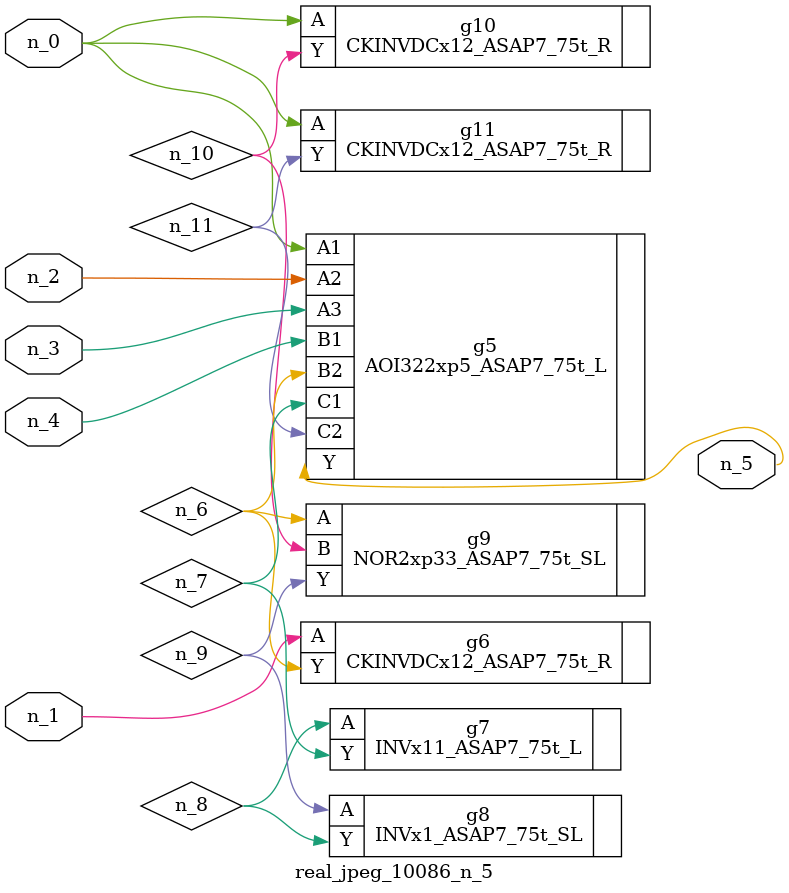
<source format=v>
module real_jpeg_10086_n_5 (n_4, n_0, n_1, n_2, n_3, n_5);

input n_4;
input n_0;
input n_1;
input n_2;
input n_3;

output n_5;

wire n_8;
wire n_11;
wire n_6;
wire n_7;
wire n_10;
wire n_9;

AOI322xp5_ASAP7_75t_L g5 ( 
.A1(n_0),
.A2(n_2),
.A3(n_3),
.B1(n_4),
.B2(n_6),
.C1(n_7),
.C2(n_11),
.Y(n_5)
);

CKINVDCx12_ASAP7_75t_R g10 ( 
.A(n_0),
.Y(n_10)
);

CKINVDCx12_ASAP7_75t_R g11 ( 
.A(n_0),
.Y(n_11)
);

CKINVDCx12_ASAP7_75t_R g6 ( 
.A(n_1),
.Y(n_6)
);

NOR2xp33_ASAP7_75t_SL g9 ( 
.A(n_6),
.B(n_10),
.Y(n_9)
);

INVx11_ASAP7_75t_L g7 ( 
.A(n_8),
.Y(n_7)
);

INVx1_ASAP7_75t_SL g8 ( 
.A(n_9),
.Y(n_8)
);


endmodule
</source>
